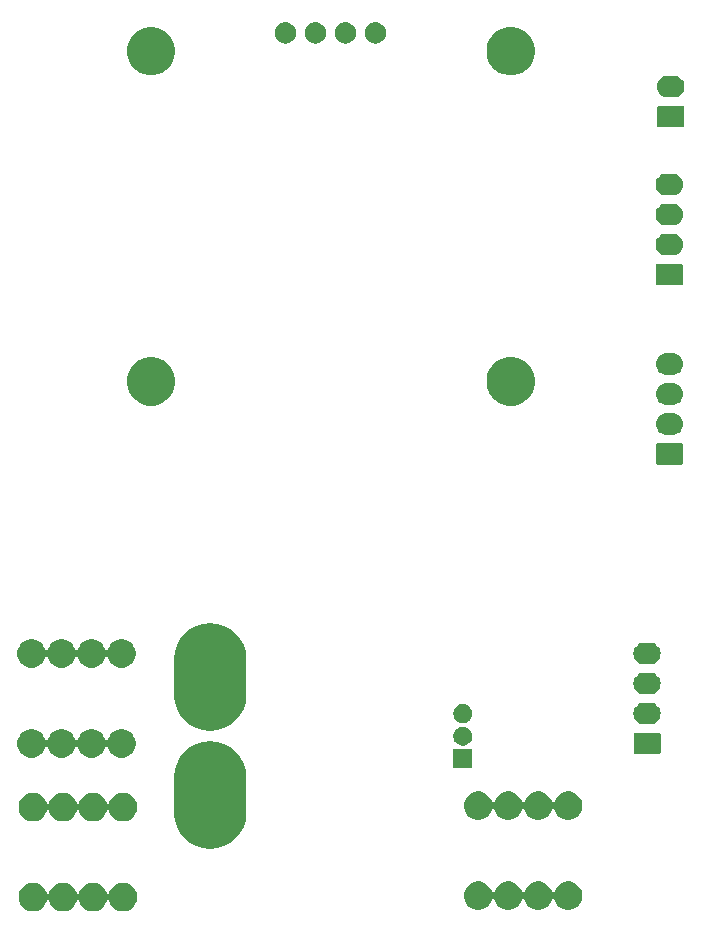
<source format=gbr>
G04 #@! TF.GenerationSoftware,KiCad,Pcbnew,(5.1.6)-1*
G04 #@! TF.CreationDate,2020-10-31T14:21:40+01:00*
G04 #@! TF.ProjectId,Batmonitor,4261746d-6f6e-4697-946f-722e6b696361,rev?*
G04 #@! TF.SameCoordinates,Original*
G04 #@! TF.FileFunction,Soldermask,Bot*
G04 #@! TF.FilePolarity,Negative*
%FSLAX46Y46*%
G04 Gerber Fmt 4.6, Leading zero omitted, Abs format (unit mm)*
G04 Created by KiCad (PCBNEW (5.1.6)-1) date 2020-10-31 14:21:40*
%MOMM*%
%LPD*%
G01*
G04 APERTURE LIST*
%ADD10C,0.100000*%
G04 APERTURE END LIST*
D10*
G36*
X105350318Y-133465153D02*
G01*
X105568885Y-133555687D01*
X105568887Y-133555688D01*
X105765593Y-133687122D01*
X105932878Y-133854407D01*
X105984132Y-133931115D01*
X106064313Y-134051115D01*
X106154516Y-134268883D01*
X106166067Y-134290494D01*
X106181613Y-134309436D01*
X106200554Y-134324981D01*
X106222165Y-134336532D01*
X106245614Y-134343645D01*
X106270000Y-134346047D01*
X106294386Y-134343645D01*
X106317835Y-134336532D01*
X106339446Y-134324981D01*
X106358388Y-134309435D01*
X106373933Y-134290494D01*
X106385484Y-134268883D01*
X106475687Y-134051115D01*
X106555868Y-133931115D01*
X106607122Y-133854407D01*
X106774407Y-133687122D01*
X106971113Y-133555688D01*
X106971115Y-133555687D01*
X107189682Y-133465153D01*
X107421710Y-133419000D01*
X107658290Y-133419000D01*
X107890318Y-133465153D01*
X108108885Y-133555687D01*
X108108887Y-133555688D01*
X108305593Y-133687122D01*
X108472878Y-133854407D01*
X108524132Y-133931115D01*
X108604313Y-134051115D01*
X108694516Y-134268883D01*
X108706067Y-134290494D01*
X108721613Y-134309436D01*
X108740554Y-134324981D01*
X108762165Y-134336532D01*
X108785614Y-134343645D01*
X108810000Y-134346047D01*
X108834386Y-134343645D01*
X108857835Y-134336532D01*
X108879446Y-134324981D01*
X108898388Y-134309435D01*
X108913933Y-134290494D01*
X108925484Y-134268883D01*
X109015687Y-134051115D01*
X109095868Y-133931115D01*
X109147122Y-133854407D01*
X109314407Y-133687122D01*
X109511113Y-133555688D01*
X109511115Y-133555687D01*
X109729682Y-133465153D01*
X109961710Y-133419000D01*
X110198290Y-133419000D01*
X110430318Y-133465153D01*
X110648885Y-133555687D01*
X110648887Y-133555688D01*
X110845593Y-133687122D01*
X111012878Y-133854407D01*
X111064132Y-133931115D01*
X111144313Y-134051115D01*
X111234516Y-134268883D01*
X111246067Y-134290494D01*
X111261613Y-134309436D01*
X111280554Y-134324981D01*
X111302165Y-134336532D01*
X111325614Y-134343645D01*
X111350000Y-134346047D01*
X111374386Y-134343645D01*
X111397835Y-134336532D01*
X111419446Y-134324981D01*
X111438388Y-134309435D01*
X111453933Y-134290494D01*
X111465484Y-134268883D01*
X111555687Y-134051115D01*
X111635868Y-133931115D01*
X111687122Y-133854407D01*
X111854407Y-133687122D01*
X112051113Y-133555688D01*
X112051115Y-133555687D01*
X112269682Y-133465153D01*
X112501710Y-133419000D01*
X112738290Y-133419000D01*
X112970318Y-133465153D01*
X113188885Y-133555687D01*
X113188887Y-133555688D01*
X113385593Y-133687122D01*
X113552878Y-133854407D01*
X113604132Y-133931115D01*
X113684313Y-134051115D01*
X113774847Y-134269682D01*
X113821000Y-134501710D01*
X113821000Y-134738290D01*
X113774847Y-134970318D01*
X113734019Y-135068885D01*
X113684312Y-135188887D01*
X113552878Y-135385593D01*
X113385593Y-135552878D01*
X113188887Y-135684312D01*
X113188886Y-135684313D01*
X113188885Y-135684313D01*
X112970318Y-135774847D01*
X112738290Y-135821000D01*
X112501710Y-135821000D01*
X112269682Y-135774847D01*
X112051115Y-135684313D01*
X112051114Y-135684313D01*
X112051113Y-135684312D01*
X111854407Y-135552878D01*
X111687122Y-135385593D01*
X111555688Y-135188887D01*
X111505981Y-135068885D01*
X111465484Y-134971117D01*
X111453933Y-134949506D01*
X111438387Y-134930564D01*
X111419446Y-134915019D01*
X111397835Y-134903468D01*
X111374386Y-134896355D01*
X111350000Y-134893953D01*
X111325614Y-134896355D01*
X111302165Y-134903468D01*
X111280554Y-134915019D01*
X111261612Y-134930565D01*
X111246067Y-134949506D01*
X111234516Y-134971117D01*
X111194019Y-135068885D01*
X111144312Y-135188887D01*
X111012878Y-135385593D01*
X110845593Y-135552878D01*
X110648887Y-135684312D01*
X110648886Y-135684313D01*
X110648885Y-135684313D01*
X110430318Y-135774847D01*
X110198290Y-135821000D01*
X109961710Y-135821000D01*
X109729682Y-135774847D01*
X109511115Y-135684313D01*
X109511114Y-135684313D01*
X109511113Y-135684312D01*
X109314407Y-135552878D01*
X109147122Y-135385593D01*
X109015688Y-135188887D01*
X108965981Y-135068885D01*
X108925484Y-134971117D01*
X108913933Y-134949506D01*
X108898387Y-134930564D01*
X108879446Y-134915019D01*
X108857835Y-134903468D01*
X108834386Y-134896355D01*
X108810000Y-134893953D01*
X108785614Y-134896355D01*
X108762165Y-134903468D01*
X108740554Y-134915019D01*
X108721612Y-134930565D01*
X108706067Y-134949506D01*
X108694516Y-134971117D01*
X108654019Y-135068885D01*
X108604312Y-135188887D01*
X108472878Y-135385593D01*
X108305593Y-135552878D01*
X108108887Y-135684312D01*
X108108886Y-135684313D01*
X108108885Y-135684313D01*
X107890318Y-135774847D01*
X107658290Y-135821000D01*
X107421710Y-135821000D01*
X107189682Y-135774847D01*
X106971115Y-135684313D01*
X106971114Y-135684313D01*
X106971113Y-135684312D01*
X106774407Y-135552878D01*
X106607122Y-135385593D01*
X106475688Y-135188887D01*
X106425981Y-135068885D01*
X106385484Y-134971117D01*
X106373933Y-134949506D01*
X106358387Y-134930564D01*
X106339446Y-134915019D01*
X106317835Y-134903468D01*
X106294386Y-134896355D01*
X106270000Y-134893953D01*
X106245614Y-134896355D01*
X106222165Y-134903468D01*
X106200554Y-134915019D01*
X106181612Y-134930565D01*
X106166067Y-134949506D01*
X106154516Y-134971117D01*
X106114019Y-135068885D01*
X106064312Y-135188887D01*
X105932878Y-135385593D01*
X105765593Y-135552878D01*
X105568887Y-135684312D01*
X105568886Y-135684313D01*
X105568885Y-135684313D01*
X105350318Y-135774847D01*
X105118290Y-135821000D01*
X104881710Y-135821000D01*
X104649682Y-135774847D01*
X104431115Y-135684313D01*
X104431114Y-135684313D01*
X104431113Y-135684312D01*
X104234407Y-135552878D01*
X104067122Y-135385593D01*
X103935688Y-135188887D01*
X103885981Y-135068885D01*
X103845153Y-134970318D01*
X103799000Y-134738290D01*
X103799000Y-134501710D01*
X103845153Y-134269682D01*
X103935687Y-134051115D01*
X104015868Y-133931115D01*
X104067122Y-133854407D01*
X104234407Y-133687122D01*
X104431113Y-133555688D01*
X104431115Y-133555687D01*
X104649682Y-133465153D01*
X104881710Y-133419000D01*
X105118290Y-133419000D01*
X105350318Y-133465153D01*
G37*
G36*
X143050318Y-133345153D02*
G01*
X143228599Y-133419000D01*
X143268887Y-133435688D01*
X143465593Y-133567122D01*
X143632878Y-133734407D01*
X143764312Y-133931113D01*
X143764313Y-133931115D01*
X143854516Y-134148883D01*
X143866067Y-134170494D01*
X143881613Y-134189436D01*
X143900554Y-134204981D01*
X143922165Y-134216532D01*
X143945614Y-134223645D01*
X143970000Y-134226047D01*
X143994386Y-134223645D01*
X144017835Y-134216532D01*
X144039446Y-134204981D01*
X144058388Y-134189435D01*
X144073933Y-134170494D01*
X144085484Y-134148883D01*
X144175687Y-133931115D01*
X144175688Y-133931113D01*
X144307122Y-133734407D01*
X144474407Y-133567122D01*
X144671113Y-133435688D01*
X144711401Y-133419000D01*
X144889682Y-133345153D01*
X145121710Y-133299000D01*
X145358290Y-133299000D01*
X145590318Y-133345153D01*
X145768599Y-133419000D01*
X145808887Y-133435688D01*
X146005593Y-133567122D01*
X146172878Y-133734407D01*
X146304312Y-133931113D01*
X146304313Y-133931115D01*
X146394516Y-134148883D01*
X146406067Y-134170494D01*
X146421613Y-134189436D01*
X146440554Y-134204981D01*
X146462165Y-134216532D01*
X146485614Y-134223645D01*
X146510000Y-134226047D01*
X146534386Y-134223645D01*
X146557835Y-134216532D01*
X146579446Y-134204981D01*
X146598388Y-134189435D01*
X146613933Y-134170494D01*
X146625484Y-134148883D01*
X146715687Y-133931115D01*
X146715688Y-133931113D01*
X146847122Y-133734407D01*
X147014407Y-133567122D01*
X147211113Y-133435688D01*
X147251401Y-133419000D01*
X147429682Y-133345153D01*
X147661710Y-133299000D01*
X147898290Y-133299000D01*
X148130318Y-133345153D01*
X148308599Y-133419000D01*
X148348887Y-133435688D01*
X148545593Y-133567122D01*
X148712878Y-133734407D01*
X148844312Y-133931113D01*
X148844313Y-133931115D01*
X148934516Y-134148883D01*
X148946067Y-134170494D01*
X148961613Y-134189436D01*
X148980554Y-134204981D01*
X149002165Y-134216532D01*
X149025614Y-134223645D01*
X149050000Y-134226047D01*
X149074386Y-134223645D01*
X149097835Y-134216532D01*
X149119446Y-134204981D01*
X149138388Y-134189435D01*
X149153933Y-134170494D01*
X149165484Y-134148883D01*
X149255687Y-133931115D01*
X149255688Y-133931113D01*
X149387122Y-133734407D01*
X149554407Y-133567122D01*
X149751113Y-133435688D01*
X149791401Y-133419000D01*
X149969682Y-133345153D01*
X150201710Y-133299000D01*
X150438290Y-133299000D01*
X150670318Y-133345153D01*
X150848599Y-133419000D01*
X150888887Y-133435688D01*
X151085593Y-133567122D01*
X151252878Y-133734407D01*
X151384312Y-133931113D01*
X151384313Y-133931115D01*
X151474847Y-134149682D01*
X151521000Y-134381710D01*
X151521000Y-134618290D01*
X151474847Y-134850318D01*
X151424810Y-134971117D01*
X151384312Y-135068887D01*
X151252878Y-135265593D01*
X151085593Y-135432878D01*
X150888887Y-135564312D01*
X150888886Y-135564313D01*
X150888885Y-135564313D01*
X150670318Y-135654847D01*
X150438290Y-135701000D01*
X150201710Y-135701000D01*
X149969682Y-135654847D01*
X149751115Y-135564313D01*
X149751114Y-135564313D01*
X149751113Y-135564312D01*
X149554407Y-135432878D01*
X149387122Y-135265593D01*
X149255688Y-135068887D01*
X149215190Y-134971117D01*
X149165484Y-134851117D01*
X149153933Y-134829506D01*
X149138387Y-134810564D01*
X149119446Y-134795019D01*
X149097835Y-134783468D01*
X149074386Y-134776355D01*
X149050000Y-134773953D01*
X149025614Y-134776355D01*
X149002165Y-134783468D01*
X148980554Y-134795019D01*
X148961612Y-134810565D01*
X148946067Y-134829506D01*
X148934516Y-134851117D01*
X148884810Y-134971117D01*
X148844312Y-135068887D01*
X148712878Y-135265593D01*
X148545593Y-135432878D01*
X148348887Y-135564312D01*
X148348886Y-135564313D01*
X148348885Y-135564313D01*
X148130318Y-135654847D01*
X147898290Y-135701000D01*
X147661710Y-135701000D01*
X147429682Y-135654847D01*
X147211115Y-135564313D01*
X147211114Y-135564313D01*
X147211113Y-135564312D01*
X147014407Y-135432878D01*
X146847122Y-135265593D01*
X146715688Y-135068887D01*
X146675190Y-134971117D01*
X146625484Y-134851117D01*
X146613933Y-134829506D01*
X146598387Y-134810564D01*
X146579446Y-134795019D01*
X146557835Y-134783468D01*
X146534386Y-134776355D01*
X146510000Y-134773953D01*
X146485614Y-134776355D01*
X146462165Y-134783468D01*
X146440554Y-134795019D01*
X146421612Y-134810565D01*
X146406067Y-134829506D01*
X146394516Y-134851117D01*
X146344810Y-134971117D01*
X146304312Y-135068887D01*
X146172878Y-135265593D01*
X146005593Y-135432878D01*
X145808887Y-135564312D01*
X145808886Y-135564313D01*
X145808885Y-135564313D01*
X145590318Y-135654847D01*
X145358290Y-135701000D01*
X145121710Y-135701000D01*
X144889682Y-135654847D01*
X144671115Y-135564313D01*
X144671114Y-135564313D01*
X144671113Y-135564312D01*
X144474407Y-135432878D01*
X144307122Y-135265593D01*
X144175688Y-135068887D01*
X144135190Y-134971117D01*
X144085484Y-134851117D01*
X144073933Y-134829506D01*
X144058387Y-134810564D01*
X144039446Y-134795019D01*
X144017835Y-134783468D01*
X143994386Y-134776355D01*
X143970000Y-134773953D01*
X143945614Y-134776355D01*
X143922165Y-134783468D01*
X143900554Y-134795019D01*
X143881612Y-134810565D01*
X143866067Y-134829506D01*
X143854516Y-134851117D01*
X143804810Y-134971117D01*
X143764312Y-135068887D01*
X143632878Y-135265593D01*
X143465593Y-135432878D01*
X143268887Y-135564312D01*
X143268886Y-135564313D01*
X143268885Y-135564313D01*
X143050318Y-135654847D01*
X142818290Y-135701000D01*
X142581710Y-135701000D01*
X142349682Y-135654847D01*
X142131115Y-135564313D01*
X142131114Y-135564313D01*
X142131113Y-135564312D01*
X141934407Y-135432878D01*
X141767122Y-135265593D01*
X141635688Y-135068887D01*
X141595190Y-134971117D01*
X141545153Y-134850318D01*
X141499000Y-134618290D01*
X141499000Y-134381710D01*
X141545153Y-134149682D01*
X141635687Y-133931115D01*
X141635688Y-133931113D01*
X141767122Y-133734407D01*
X141934407Y-133567122D01*
X142131113Y-133435688D01*
X142171401Y-133419000D01*
X142349682Y-133345153D01*
X142581710Y-133299000D01*
X142818290Y-133299000D01*
X143050318Y-133345153D01*
G37*
G36*
X120598098Y-121493145D02*
G01*
X121173218Y-121667606D01*
X121703244Y-121950911D01*
X122167822Y-122332178D01*
X122549089Y-122796755D01*
X122832394Y-123326781D01*
X123006855Y-123901901D01*
X123051000Y-124350116D01*
X123051000Y-127649884D01*
X123006855Y-128098099D01*
X122832394Y-128673219D01*
X122549089Y-129203245D01*
X122167822Y-129667822D01*
X121703245Y-130049089D01*
X121173219Y-130332394D01*
X120598099Y-130506855D01*
X120000000Y-130565762D01*
X119401902Y-130506855D01*
X118826782Y-130332394D01*
X118296756Y-130049089D01*
X117832179Y-129667822D01*
X117450912Y-129203245D01*
X117167607Y-128673219D01*
X116993145Y-128098099D01*
X116949000Y-127649884D01*
X116949000Y-124350117D01*
X116993145Y-123901902D01*
X117167606Y-123326782D01*
X117450911Y-122796756D01*
X117832178Y-122332178D01*
X118296755Y-121950911D01*
X118826781Y-121667606D01*
X119401901Y-121493145D01*
X120000000Y-121434238D01*
X120598098Y-121493145D01*
G37*
G36*
X105350318Y-125845153D02*
G01*
X105568885Y-125935687D01*
X105568887Y-125935688D01*
X105765593Y-126067122D01*
X105932878Y-126234407D01*
X106064312Y-126431113D01*
X106064313Y-126431115D01*
X106154516Y-126648883D01*
X106166067Y-126670494D01*
X106181613Y-126689436D01*
X106200554Y-126704981D01*
X106222165Y-126716532D01*
X106245614Y-126723645D01*
X106270000Y-126726047D01*
X106294386Y-126723645D01*
X106317835Y-126716532D01*
X106339446Y-126704981D01*
X106358388Y-126689435D01*
X106373933Y-126670494D01*
X106385484Y-126648883D01*
X106475687Y-126431115D01*
X106475688Y-126431113D01*
X106607122Y-126234407D01*
X106774407Y-126067122D01*
X106971113Y-125935688D01*
X106971115Y-125935687D01*
X107189682Y-125845153D01*
X107421710Y-125799000D01*
X107658290Y-125799000D01*
X107890318Y-125845153D01*
X108108885Y-125935687D01*
X108108887Y-125935688D01*
X108305593Y-126067122D01*
X108472878Y-126234407D01*
X108604312Y-126431113D01*
X108604313Y-126431115D01*
X108694516Y-126648883D01*
X108706067Y-126670494D01*
X108721613Y-126689436D01*
X108740554Y-126704981D01*
X108762165Y-126716532D01*
X108785614Y-126723645D01*
X108810000Y-126726047D01*
X108834386Y-126723645D01*
X108857835Y-126716532D01*
X108879446Y-126704981D01*
X108898388Y-126689435D01*
X108913933Y-126670494D01*
X108925484Y-126648883D01*
X109015687Y-126431115D01*
X109015688Y-126431113D01*
X109147122Y-126234407D01*
X109314407Y-126067122D01*
X109511113Y-125935688D01*
X109511115Y-125935687D01*
X109729682Y-125845153D01*
X109961710Y-125799000D01*
X110198290Y-125799000D01*
X110430318Y-125845153D01*
X110648885Y-125935687D01*
X110648887Y-125935688D01*
X110845593Y-126067122D01*
X111012878Y-126234407D01*
X111144312Y-126431113D01*
X111144313Y-126431115D01*
X111234516Y-126648883D01*
X111246067Y-126670494D01*
X111261613Y-126689436D01*
X111280554Y-126704981D01*
X111302165Y-126716532D01*
X111325614Y-126723645D01*
X111350000Y-126726047D01*
X111374386Y-126723645D01*
X111397835Y-126716532D01*
X111419446Y-126704981D01*
X111438388Y-126689435D01*
X111453933Y-126670494D01*
X111465484Y-126648883D01*
X111555687Y-126431115D01*
X111555688Y-126431113D01*
X111687122Y-126234407D01*
X111854407Y-126067122D01*
X112051113Y-125935688D01*
X112051115Y-125935687D01*
X112269682Y-125845153D01*
X112501710Y-125799000D01*
X112738290Y-125799000D01*
X112970318Y-125845153D01*
X113188885Y-125935687D01*
X113188887Y-125935688D01*
X113385593Y-126067122D01*
X113552878Y-126234407D01*
X113684312Y-126431113D01*
X113684313Y-126431115D01*
X113774847Y-126649682D01*
X113821000Y-126881710D01*
X113821000Y-127118290D01*
X113774847Y-127350318D01*
X113685370Y-127566332D01*
X113684312Y-127568887D01*
X113552878Y-127765593D01*
X113385593Y-127932878D01*
X113188887Y-128064312D01*
X113188886Y-128064313D01*
X113188885Y-128064313D01*
X112970318Y-128154847D01*
X112738290Y-128201000D01*
X112501710Y-128201000D01*
X112269682Y-128154847D01*
X112051115Y-128064313D01*
X112051114Y-128064313D01*
X112051113Y-128064312D01*
X111854407Y-127932878D01*
X111687122Y-127765593D01*
X111555688Y-127568887D01*
X111554630Y-127566332D01*
X111465484Y-127351117D01*
X111453933Y-127329506D01*
X111438387Y-127310564D01*
X111419446Y-127295019D01*
X111397835Y-127283468D01*
X111374386Y-127276355D01*
X111350000Y-127273953D01*
X111325614Y-127276355D01*
X111302165Y-127283468D01*
X111280554Y-127295019D01*
X111261612Y-127310565D01*
X111246067Y-127329506D01*
X111234516Y-127351117D01*
X111145370Y-127566332D01*
X111144312Y-127568887D01*
X111012878Y-127765593D01*
X110845593Y-127932878D01*
X110648887Y-128064312D01*
X110648886Y-128064313D01*
X110648885Y-128064313D01*
X110430318Y-128154847D01*
X110198290Y-128201000D01*
X109961710Y-128201000D01*
X109729682Y-128154847D01*
X109511115Y-128064313D01*
X109511114Y-128064313D01*
X109511113Y-128064312D01*
X109314407Y-127932878D01*
X109147122Y-127765593D01*
X109015688Y-127568887D01*
X109014630Y-127566332D01*
X108925484Y-127351117D01*
X108913933Y-127329506D01*
X108898387Y-127310564D01*
X108879446Y-127295019D01*
X108857835Y-127283468D01*
X108834386Y-127276355D01*
X108810000Y-127273953D01*
X108785614Y-127276355D01*
X108762165Y-127283468D01*
X108740554Y-127295019D01*
X108721612Y-127310565D01*
X108706067Y-127329506D01*
X108694516Y-127351117D01*
X108605370Y-127566332D01*
X108604312Y-127568887D01*
X108472878Y-127765593D01*
X108305593Y-127932878D01*
X108108887Y-128064312D01*
X108108886Y-128064313D01*
X108108885Y-128064313D01*
X107890318Y-128154847D01*
X107658290Y-128201000D01*
X107421710Y-128201000D01*
X107189682Y-128154847D01*
X106971115Y-128064313D01*
X106971114Y-128064313D01*
X106971113Y-128064312D01*
X106774407Y-127932878D01*
X106607122Y-127765593D01*
X106475688Y-127568887D01*
X106474630Y-127566332D01*
X106385484Y-127351117D01*
X106373933Y-127329506D01*
X106358387Y-127310564D01*
X106339446Y-127295019D01*
X106317835Y-127283468D01*
X106294386Y-127276355D01*
X106270000Y-127273953D01*
X106245614Y-127276355D01*
X106222165Y-127283468D01*
X106200554Y-127295019D01*
X106181612Y-127310565D01*
X106166067Y-127329506D01*
X106154516Y-127351117D01*
X106065370Y-127566332D01*
X106064312Y-127568887D01*
X105932878Y-127765593D01*
X105765593Y-127932878D01*
X105568887Y-128064312D01*
X105568886Y-128064313D01*
X105568885Y-128064313D01*
X105350318Y-128154847D01*
X105118290Y-128201000D01*
X104881710Y-128201000D01*
X104649682Y-128154847D01*
X104431115Y-128064313D01*
X104431114Y-128064313D01*
X104431113Y-128064312D01*
X104234407Y-127932878D01*
X104067122Y-127765593D01*
X103935688Y-127568887D01*
X103934630Y-127566332D01*
X103845153Y-127350318D01*
X103799000Y-127118290D01*
X103799000Y-126881710D01*
X103845153Y-126649682D01*
X103935687Y-126431115D01*
X103935688Y-126431113D01*
X104067122Y-126234407D01*
X104234407Y-126067122D01*
X104431113Y-125935688D01*
X104431115Y-125935687D01*
X104649682Y-125845153D01*
X104881710Y-125799000D01*
X105118290Y-125799000D01*
X105350318Y-125845153D01*
G37*
G36*
X143050318Y-125725153D02*
G01*
X143228599Y-125799000D01*
X143268887Y-125815688D01*
X143465593Y-125947122D01*
X143632878Y-126114407D01*
X143714345Y-126236332D01*
X143764313Y-126311115D01*
X143854516Y-126528883D01*
X143866067Y-126550494D01*
X143881613Y-126569436D01*
X143900554Y-126584981D01*
X143922165Y-126596532D01*
X143945614Y-126603645D01*
X143970000Y-126606047D01*
X143994386Y-126603645D01*
X144017835Y-126596532D01*
X144039446Y-126584981D01*
X144058388Y-126569435D01*
X144073933Y-126550494D01*
X144085484Y-126528883D01*
X144175687Y-126311115D01*
X144225655Y-126236332D01*
X144307122Y-126114407D01*
X144474407Y-125947122D01*
X144671113Y-125815688D01*
X144711401Y-125799000D01*
X144889682Y-125725153D01*
X145121710Y-125679000D01*
X145358290Y-125679000D01*
X145590318Y-125725153D01*
X145768599Y-125799000D01*
X145808887Y-125815688D01*
X146005593Y-125947122D01*
X146172878Y-126114407D01*
X146254345Y-126236332D01*
X146304313Y-126311115D01*
X146394516Y-126528883D01*
X146406067Y-126550494D01*
X146421613Y-126569436D01*
X146440554Y-126584981D01*
X146462165Y-126596532D01*
X146485614Y-126603645D01*
X146510000Y-126606047D01*
X146534386Y-126603645D01*
X146557835Y-126596532D01*
X146579446Y-126584981D01*
X146598388Y-126569435D01*
X146613933Y-126550494D01*
X146625484Y-126528883D01*
X146715687Y-126311115D01*
X146765655Y-126236332D01*
X146847122Y-126114407D01*
X147014407Y-125947122D01*
X147211113Y-125815688D01*
X147251401Y-125799000D01*
X147429682Y-125725153D01*
X147661710Y-125679000D01*
X147898290Y-125679000D01*
X148130318Y-125725153D01*
X148308599Y-125799000D01*
X148348887Y-125815688D01*
X148545593Y-125947122D01*
X148712878Y-126114407D01*
X148794345Y-126236332D01*
X148844313Y-126311115D01*
X148934516Y-126528883D01*
X148946067Y-126550494D01*
X148961613Y-126569436D01*
X148980554Y-126584981D01*
X149002165Y-126596532D01*
X149025614Y-126603645D01*
X149050000Y-126606047D01*
X149074386Y-126603645D01*
X149097835Y-126596532D01*
X149119446Y-126584981D01*
X149138388Y-126569435D01*
X149153933Y-126550494D01*
X149165484Y-126528883D01*
X149255687Y-126311115D01*
X149305655Y-126236332D01*
X149387122Y-126114407D01*
X149554407Y-125947122D01*
X149751113Y-125815688D01*
X149791401Y-125799000D01*
X149969682Y-125725153D01*
X150201710Y-125679000D01*
X150438290Y-125679000D01*
X150670318Y-125725153D01*
X150848599Y-125799000D01*
X150888887Y-125815688D01*
X151085593Y-125947122D01*
X151252878Y-126114407D01*
X151334345Y-126236332D01*
X151384313Y-126311115D01*
X151474847Y-126529682D01*
X151521000Y-126761710D01*
X151521000Y-126998290D01*
X151474847Y-127230318D01*
X151424810Y-127351117D01*
X151384312Y-127448887D01*
X151252878Y-127645593D01*
X151085593Y-127812878D01*
X150888887Y-127944312D01*
X150888886Y-127944313D01*
X150888885Y-127944313D01*
X150670318Y-128034847D01*
X150438290Y-128081000D01*
X150201710Y-128081000D01*
X149969682Y-128034847D01*
X149751115Y-127944313D01*
X149751114Y-127944313D01*
X149751113Y-127944312D01*
X149554407Y-127812878D01*
X149387122Y-127645593D01*
X149255688Y-127448887D01*
X149215190Y-127351117D01*
X149165484Y-127231117D01*
X149153933Y-127209506D01*
X149138387Y-127190564D01*
X149119446Y-127175019D01*
X149097835Y-127163468D01*
X149074386Y-127156355D01*
X149050000Y-127153953D01*
X149025614Y-127156355D01*
X149002165Y-127163468D01*
X148980554Y-127175019D01*
X148961612Y-127190565D01*
X148946067Y-127209506D01*
X148934516Y-127231117D01*
X148884810Y-127351117D01*
X148844312Y-127448887D01*
X148712878Y-127645593D01*
X148545593Y-127812878D01*
X148348887Y-127944312D01*
X148348886Y-127944313D01*
X148348885Y-127944313D01*
X148130318Y-128034847D01*
X147898290Y-128081000D01*
X147661710Y-128081000D01*
X147429682Y-128034847D01*
X147211115Y-127944313D01*
X147211114Y-127944313D01*
X147211113Y-127944312D01*
X147014407Y-127812878D01*
X146847122Y-127645593D01*
X146715688Y-127448887D01*
X146675190Y-127351117D01*
X146625484Y-127231117D01*
X146613933Y-127209506D01*
X146598387Y-127190564D01*
X146579446Y-127175019D01*
X146557835Y-127163468D01*
X146534386Y-127156355D01*
X146510000Y-127153953D01*
X146485614Y-127156355D01*
X146462165Y-127163468D01*
X146440554Y-127175019D01*
X146421612Y-127190565D01*
X146406067Y-127209506D01*
X146394516Y-127231117D01*
X146344810Y-127351117D01*
X146304312Y-127448887D01*
X146172878Y-127645593D01*
X146005593Y-127812878D01*
X145808887Y-127944312D01*
X145808886Y-127944313D01*
X145808885Y-127944313D01*
X145590318Y-128034847D01*
X145358290Y-128081000D01*
X145121710Y-128081000D01*
X144889682Y-128034847D01*
X144671115Y-127944313D01*
X144671114Y-127944313D01*
X144671113Y-127944312D01*
X144474407Y-127812878D01*
X144307122Y-127645593D01*
X144175688Y-127448887D01*
X144135190Y-127351117D01*
X144085484Y-127231117D01*
X144073933Y-127209506D01*
X144058387Y-127190564D01*
X144039446Y-127175019D01*
X144017835Y-127163468D01*
X143994386Y-127156355D01*
X143970000Y-127153953D01*
X143945614Y-127156355D01*
X143922165Y-127163468D01*
X143900554Y-127175019D01*
X143881612Y-127190565D01*
X143866067Y-127209506D01*
X143854516Y-127231117D01*
X143804810Y-127351117D01*
X143764312Y-127448887D01*
X143632878Y-127645593D01*
X143465593Y-127812878D01*
X143268887Y-127944312D01*
X143268886Y-127944313D01*
X143268885Y-127944313D01*
X143050318Y-128034847D01*
X142818290Y-128081000D01*
X142581710Y-128081000D01*
X142349682Y-128034847D01*
X142131115Y-127944313D01*
X142131114Y-127944313D01*
X142131113Y-127944312D01*
X141934407Y-127812878D01*
X141767122Y-127645593D01*
X141635688Y-127448887D01*
X141595190Y-127351117D01*
X141545153Y-127230318D01*
X141499000Y-126998290D01*
X141499000Y-126761710D01*
X141545153Y-126529682D01*
X141635687Y-126311115D01*
X141685655Y-126236332D01*
X141767122Y-126114407D01*
X141934407Y-125947122D01*
X142131113Y-125815688D01*
X142171401Y-125799000D01*
X142349682Y-125725153D01*
X142581710Y-125679000D01*
X142818290Y-125679000D01*
X143050318Y-125725153D01*
G37*
G36*
X142201000Y-123711000D02*
G01*
X140599000Y-123711000D01*
X140599000Y-122109000D01*
X142201000Y-122109000D01*
X142201000Y-123711000D01*
G37*
G36*
X105230318Y-120465153D02*
G01*
X105448885Y-120555687D01*
X105448887Y-120555688D01*
X105645593Y-120687122D01*
X105812878Y-120854407D01*
X105885874Y-120963654D01*
X105944313Y-121051115D01*
X106034516Y-121268883D01*
X106046067Y-121290494D01*
X106061613Y-121309436D01*
X106080554Y-121324981D01*
X106102165Y-121336532D01*
X106125614Y-121343645D01*
X106150000Y-121346047D01*
X106174386Y-121343645D01*
X106197835Y-121336532D01*
X106219446Y-121324981D01*
X106238388Y-121309435D01*
X106253933Y-121290494D01*
X106265484Y-121268883D01*
X106355687Y-121051115D01*
X106414126Y-120963654D01*
X106487122Y-120854407D01*
X106654407Y-120687122D01*
X106851113Y-120555688D01*
X106851115Y-120555687D01*
X107069682Y-120465153D01*
X107301710Y-120419000D01*
X107538290Y-120419000D01*
X107770318Y-120465153D01*
X107988885Y-120555687D01*
X107988887Y-120555688D01*
X108185593Y-120687122D01*
X108352878Y-120854407D01*
X108425874Y-120963654D01*
X108484313Y-121051115D01*
X108574516Y-121268883D01*
X108586067Y-121290494D01*
X108601613Y-121309436D01*
X108620554Y-121324981D01*
X108642165Y-121336532D01*
X108665614Y-121343645D01*
X108690000Y-121346047D01*
X108714386Y-121343645D01*
X108737835Y-121336532D01*
X108759446Y-121324981D01*
X108778388Y-121309435D01*
X108793933Y-121290494D01*
X108805484Y-121268883D01*
X108895687Y-121051115D01*
X108954126Y-120963654D01*
X109027122Y-120854407D01*
X109194407Y-120687122D01*
X109391113Y-120555688D01*
X109391115Y-120555687D01*
X109609682Y-120465153D01*
X109841710Y-120419000D01*
X110078290Y-120419000D01*
X110310318Y-120465153D01*
X110528885Y-120555687D01*
X110528887Y-120555688D01*
X110725593Y-120687122D01*
X110892878Y-120854407D01*
X110965874Y-120963654D01*
X111024313Y-121051115D01*
X111114516Y-121268883D01*
X111126067Y-121290494D01*
X111141613Y-121309436D01*
X111160554Y-121324981D01*
X111182165Y-121336532D01*
X111205614Y-121343645D01*
X111230000Y-121346047D01*
X111254386Y-121343645D01*
X111277835Y-121336532D01*
X111299446Y-121324981D01*
X111318388Y-121309435D01*
X111333933Y-121290494D01*
X111345484Y-121268883D01*
X111435687Y-121051115D01*
X111494126Y-120963654D01*
X111567122Y-120854407D01*
X111734407Y-120687122D01*
X111931113Y-120555688D01*
X111931115Y-120555687D01*
X112149682Y-120465153D01*
X112381710Y-120419000D01*
X112618290Y-120419000D01*
X112850318Y-120465153D01*
X113068885Y-120555687D01*
X113068887Y-120555688D01*
X113265593Y-120687122D01*
X113432878Y-120854407D01*
X113505874Y-120963654D01*
X113564313Y-121051115D01*
X113654847Y-121269682D01*
X113701000Y-121501710D01*
X113701000Y-121738290D01*
X113654847Y-121970318D01*
X113567350Y-122181552D01*
X113564312Y-122188887D01*
X113432878Y-122385593D01*
X113265593Y-122552878D01*
X113068887Y-122684312D01*
X113068886Y-122684313D01*
X113068885Y-122684313D01*
X112850318Y-122774847D01*
X112618290Y-122821000D01*
X112381710Y-122821000D01*
X112149682Y-122774847D01*
X111931115Y-122684313D01*
X111931114Y-122684313D01*
X111931113Y-122684312D01*
X111734407Y-122552878D01*
X111567122Y-122385593D01*
X111435688Y-122188887D01*
X111432650Y-122181552D01*
X111345484Y-121971117D01*
X111333933Y-121949506D01*
X111318387Y-121930564D01*
X111299446Y-121915019D01*
X111277835Y-121903468D01*
X111254386Y-121896355D01*
X111230000Y-121893953D01*
X111205614Y-121896355D01*
X111182165Y-121903468D01*
X111160554Y-121915019D01*
X111141612Y-121930565D01*
X111126067Y-121949506D01*
X111114516Y-121971117D01*
X111027350Y-122181552D01*
X111024312Y-122188887D01*
X110892878Y-122385593D01*
X110725593Y-122552878D01*
X110528887Y-122684312D01*
X110528886Y-122684313D01*
X110528885Y-122684313D01*
X110310318Y-122774847D01*
X110078290Y-122821000D01*
X109841710Y-122821000D01*
X109609682Y-122774847D01*
X109391115Y-122684313D01*
X109391114Y-122684313D01*
X109391113Y-122684312D01*
X109194407Y-122552878D01*
X109027122Y-122385593D01*
X108895688Y-122188887D01*
X108892650Y-122181552D01*
X108805484Y-121971117D01*
X108793933Y-121949506D01*
X108778387Y-121930564D01*
X108759446Y-121915019D01*
X108737835Y-121903468D01*
X108714386Y-121896355D01*
X108690000Y-121893953D01*
X108665614Y-121896355D01*
X108642165Y-121903468D01*
X108620554Y-121915019D01*
X108601612Y-121930565D01*
X108586067Y-121949506D01*
X108574516Y-121971117D01*
X108487350Y-122181552D01*
X108484312Y-122188887D01*
X108352878Y-122385593D01*
X108185593Y-122552878D01*
X107988887Y-122684312D01*
X107988886Y-122684313D01*
X107988885Y-122684313D01*
X107770318Y-122774847D01*
X107538290Y-122821000D01*
X107301710Y-122821000D01*
X107069682Y-122774847D01*
X106851115Y-122684313D01*
X106851114Y-122684313D01*
X106851113Y-122684312D01*
X106654407Y-122552878D01*
X106487122Y-122385593D01*
X106355688Y-122188887D01*
X106352650Y-122181552D01*
X106265484Y-121971117D01*
X106253933Y-121949506D01*
X106238387Y-121930564D01*
X106219446Y-121915019D01*
X106197835Y-121903468D01*
X106174386Y-121896355D01*
X106150000Y-121893953D01*
X106125614Y-121896355D01*
X106102165Y-121903468D01*
X106080554Y-121915019D01*
X106061612Y-121930565D01*
X106046067Y-121949506D01*
X106034516Y-121971117D01*
X105947350Y-122181552D01*
X105944312Y-122188887D01*
X105812878Y-122385593D01*
X105645593Y-122552878D01*
X105448887Y-122684312D01*
X105448886Y-122684313D01*
X105448885Y-122684313D01*
X105230318Y-122774847D01*
X104998290Y-122821000D01*
X104761710Y-122821000D01*
X104529682Y-122774847D01*
X104311115Y-122684313D01*
X104311114Y-122684313D01*
X104311113Y-122684312D01*
X104114407Y-122552878D01*
X103947122Y-122385593D01*
X103815688Y-122188887D01*
X103812650Y-122181552D01*
X103725153Y-121970318D01*
X103679000Y-121738290D01*
X103679000Y-121501710D01*
X103725153Y-121269682D01*
X103815687Y-121051115D01*
X103874126Y-120963654D01*
X103947122Y-120854407D01*
X104114407Y-120687122D01*
X104311113Y-120555688D01*
X104311115Y-120555687D01*
X104529682Y-120465153D01*
X104761710Y-120419000D01*
X104998290Y-120419000D01*
X105230318Y-120465153D01*
G37*
G36*
X158004561Y-120702966D02*
G01*
X158037383Y-120712923D01*
X158067632Y-120729092D01*
X158094148Y-120750852D01*
X158115908Y-120777368D01*
X158132077Y-120807617D01*
X158142034Y-120840439D01*
X158146000Y-120880713D01*
X158146000Y-122359287D01*
X158142034Y-122399561D01*
X158132077Y-122432383D01*
X158115908Y-122462632D01*
X158094148Y-122489148D01*
X158067632Y-122510908D01*
X158037383Y-122527077D01*
X158004561Y-122537034D01*
X157964287Y-122541000D01*
X156035713Y-122541000D01*
X155995439Y-122537034D01*
X155962617Y-122527077D01*
X155932368Y-122510908D01*
X155905852Y-122489148D01*
X155884092Y-122462632D01*
X155867923Y-122432383D01*
X155857966Y-122399561D01*
X155854000Y-122359287D01*
X155854000Y-120880713D01*
X155857966Y-120840439D01*
X155867923Y-120807617D01*
X155884092Y-120777368D01*
X155905852Y-120750852D01*
X155932368Y-120729092D01*
X155962617Y-120712923D01*
X155995439Y-120702966D01*
X156035713Y-120699000D01*
X157964287Y-120699000D01*
X158004561Y-120702966D01*
G37*
G36*
X141633642Y-120229781D02*
G01*
X141779414Y-120290162D01*
X141779416Y-120290163D01*
X141910608Y-120377822D01*
X142022178Y-120489392D01*
X142066475Y-120555688D01*
X142109838Y-120620586D01*
X142170219Y-120766358D01*
X142201000Y-120921107D01*
X142201000Y-121078893D01*
X142170219Y-121233642D01*
X142146670Y-121290494D01*
X142109837Y-121379416D01*
X142022178Y-121510608D01*
X141910608Y-121622178D01*
X141779416Y-121709837D01*
X141779415Y-121709838D01*
X141779414Y-121709838D01*
X141633642Y-121770219D01*
X141478893Y-121801000D01*
X141321107Y-121801000D01*
X141166358Y-121770219D01*
X141020586Y-121709838D01*
X141020585Y-121709838D01*
X141020584Y-121709837D01*
X140889392Y-121622178D01*
X140777822Y-121510608D01*
X140690163Y-121379416D01*
X140653330Y-121290494D01*
X140629781Y-121233642D01*
X140599000Y-121078893D01*
X140599000Y-120921107D01*
X140629781Y-120766358D01*
X140690162Y-120620586D01*
X140733525Y-120555688D01*
X140777822Y-120489392D01*
X140889392Y-120377822D01*
X141020584Y-120290163D01*
X141020586Y-120290162D01*
X141166358Y-120229781D01*
X141321107Y-120199000D01*
X141478893Y-120199000D01*
X141633642Y-120229781D01*
G37*
G36*
X120598098Y-111493145D02*
G01*
X121173218Y-111667606D01*
X121703244Y-111950911D01*
X122167822Y-112332178D01*
X122549089Y-112796755D01*
X122832394Y-113326781D01*
X123006855Y-113901901D01*
X123051000Y-114350116D01*
X123051000Y-117649884D01*
X123006855Y-118098099D01*
X122832394Y-118673219D01*
X122549089Y-119203245D01*
X122167822Y-119667822D01*
X121703245Y-120049089D01*
X121173219Y-120332394D01*
X120598099Y-120506855D01*
X120000000Y-120565762D01*
X119401902Y-120506855D01*
X118826782Y-120332394D01*
X118296756Y-120049089D01*
X117832179Y-119667822D01*
X117450912Y-119203245D01*
X117167607Y-118673219D01*
X116993145Y-118098099D01*
X116949000Y-117649884D01*
X116949000Y-114350117D01*
X116993145Y-113901902D01*
X117167606Y-113326782D01*
X117450911Y-112796756D01*
X117832178Y-112332178D01*
X118296755Y-111950911D01*
X118826781Y-111667606D01*
X119401901Y-111493145D01*
X120000000Y-111434238D01*
X120598098Y-111493145D01*
G37*
G36*
X157315345Y-118163442D02*
G01*
X157405548Y-118172326D01*
X157579157Y-118224990D01*
X157739156Y-118310511D01*
X157782729Y-118346271D01*
X157879397Y-118425603D01*
X157958729Y-118522271D01*
X157994489Y-118565844D01*
X158080010Y-118725843D01*
X158132674Y-118899452D01*
X158150456Y-119080000D01*
X158132674Y-119260548D01*
X158080010Y-119434157D01*
X157994489Y-119594156D01*
X157962062Y-119633668D01*
X157879397Y-119734397D01*
X157782729Y-119813729D01*
X157739156Y-119849489D01*
X157579157Y-119935010D01*
X157405548Y-119987674D01*
X157337053Y-119994420D01*
X157270245Y-120001000D01*
X156729755Y-120001000D01*
X156662947Y-119994420D01*
X156594452Y-119987674D01*
X156420843Y-119935010D01*
X156260844Y-119849489D01*
X156217271Y-119813729D01*
X156120603Y-119734397D01*
X156037938Y-119633668D01*
X156005511Y-119594156D01*
X155919990Y-119434157D01*
X155867326Y-119260548D01*
X155849544Y-119080000D01*
X155867326Y-118899452D01*
X155919990Y-118725843D01*
X156005511Y-118565844D01*
X156041271Y-118522271D01*
X156120603Y-118425603D01*
X156217271Y-118346271D01*
X156260844Y-118310511D01*
X156420843Y-118224990D01*
X156594452Y-118172326D01*
X156684655Y-118163442D01*
X156729755Y-118159000D01*
X157270245Y-118159000D01*
X157315345Y-118163442D01*
G37*
G36*
X141633642Y-118319781D02*
G01*
X141779414Y-118380162D01*
X141779416Y-118380163D01*
X141910608Y-118467822D01*
X142022178Y-118579392D01*
X142109837Y-118710584D01*
X142109838Y-118710586D01*
X142170219Y-118856358D01*
X142201000Y-119011107D01*
X142201000Y-119168893D01*
X142170219Y-119323642D01*
X142132945Y-119413629D01*
X142109837Y-119469416D01*
X142022178Y-119600608D01*
X141910608Y-119712178D01*
X141779416Y-119799837D01*
X141779415Y-119799838D01*
X141779414Y-119799838D01*
X141633642Y-119860219D01*
X141478893Y-119891000D01*
X141321107Y-119891000D01*
X141166358Y-119860219D01*
X141020586Y-119799838D01*
X141020585Y-119799838D01*
X141020584Y-119799837D01*
X140889392Y-119712178D01*
X140777822Y-119600608D01*
X140690163Y-119469416D01*
X140667055Y-119413629D01*
X140629781Y-119323642D01*
X140599000Y-119168893D01*
X140599000Y-119011107D01*
X140629781Y-118856358D01*
X140690162Y-118710586D01*
X140690163Y-118710584D01*
X140777822Y-118579392D01*
X140889392Y-118467822D01*
X141020584Y-118380163D01*
X141020586Y-118380162D01*
X141166358Y-118319781D01*
X141321107Y-118289000D01*
X141478893Y-118289000D01*
X141633642Y-118319781D01*
G37*
G36*
X157315345Y-115623442D02*
G01*
X157405548Y-115632326D01*
X157579157Y-115684990D01*
X157739156Y-115770511D01*
X157782729Y-115806271D01*
X157879397Y-115885603D01*
X157958729Y-115982271D01*
X157994489Y-116025844D01*
X158080010Y-116185843D01*
X158132674Y-116359452D01*
X158150456Y-116540000D01*
X158132674Y-116720548D01*
X158080010Y-116894157D01*
X157994489Y-117054156D01*
X157981756Y-117069671D01*
X157879397Y-117194397D01*
X157782729Y-117273729D01*
X157739156Y-117309489D01*
X157579157Y-117395010D01*
X157405548Y-117447674D01*
X157315345Y-117456558D01*
X157270245Y-117461000D01*
X156729755Y-117461000D01*
X156684655Y-117456558D01*
X156594452Y-117447674D01*
X156420843Y-117395010D01*
X156260844Y-117309489D01*
X156217271Y-117273729D01*
X156120603Y-117194397D01*
X156018244Y-117069671D01*
X156005511Y-117054156D01*
X155919990Y-116894157D01*
X155867326Y-116720548D01*
X155849544Y-116540000D01*
X155867326Y-116359452D01*
X155919990Y-116185843D01*
X156005511Y-116025844D01*
X156041271Y-115982271D01*
X156120603Y-115885603D01*
X156217271Y-115806271D01*
X156260844Y-115770511D01*
X156420843Y-115684990D01*
X156594452Y-115632326D01*
X156684655Y-115623442D01*
X156729755Y-115619000D01*
X157270245Y-115619000D01*
X157315345Y-115623442D01*
G37*
G36*
X105230318Y-112845153D02*
G01*
X105438902Y-112931552D01*
X105448887Y-112935688D01*
X105645593Y-113067122D01*
X105812878Y-113234407D01*
X105887176Y-113345603D01*
X105944313Y-113431115D01*
X106034516Y-113648883D01*
X106046067Y-113670494D01*
X106061613Y-113689436D01*
X106080554Y-113704981D01*
X106102165Y-113716532D01*
X106125614Y-113723645D01*
X106150000Y-113726047D01*
X106174386Y-113723645D01*
X106197835Y-113716532D01*
X106219446Y-113704981D01*
X106238388Y-113689435D01*
X106253933Y-113670494D01*
X106265484Y-113648883D01*
X106355687Y-113431115D01*
X106412824Y-113345603D01*
X106487122Y-113234407D01*
X106654407Y-113067122D01*
X106851113Y-112935688D01*
X106861098Y-112931552D01*
X107069682Y-112845153D01*
X107301710Y-112799000D01*
X107538290Y-112799000D01*
X107770318Y-112845153D01*
X107978902Y-112931552D01*
X107988887Y-112935688D01*
X108185593Y-113067122D01*
X108352878Y-113234407D01*
X108427176Y-113345603D01*
X108484313Y-113431115D01*
X108574516Y-113648883D01*
X108586067Y-113670494D01*
X108601613Y-113689436D01*
X108620554Y-113704981D01*
X108642165Y-113716532D01*
X108665614Y-113723645D01*
X108690000Y-113726047D01*
X108714386Y-113723645D01*
X108737835Y-113716532D01*
X108759446Y-113704981D01*
X108778388Y-113689435D01*
X108793933Y-113670494D01*
X108805484Y-113648883D01*
X108895687Y-113431115D01*
X108952824Y-113345603D01*
X109027122Y-113234407D01*
X109194407Y-113067122D01*
X109391113Y-112935688D01*
X109401098Y-112931552D01*
X109609682Y-112845153D01*
X109841710Y-112799000D01*
X110078290Y-112799000D01*
X110310318Y-112845153D01*
X110518902Y-112931552D01*
X110528887Y-112935688D01*
X110725593Y-113067122D01*
X110892878Y-113234407D01*
X110967176Y-113345603D01*
X111024313Y-113431115D01*
X111114516Y-113648883D01*
X111126067Y-113670494D01*
X111141613Y-113689436D01*
X111160554Y-113704981D01*
X111182165Y-113716532D01*
X111205614Y-113723645D01*
X111230000Y-113726047D01*
X111254386Y-113723645D01*
X111277835Y-113716532D01*
X111299446Y-113704981D01*
X111318388Y-113689435D01*
X111333933Y-113670494D01*
X111345484Y-113648883D01*
X111435687Y-113431115D01*
X111492824Y-113345603D01*
X111567122Y-113234407D01*
X111734407Y-113067122D01*
X111931113Y-112935688D01*
X111941098Y-112931552D01*
X112149682Y-112845153D01*
X112381710Y-112799000D01*
X112618290Y-112799000D01*
X112850318Y-112845153D01*
X113058902Y-112931552D01*
X113068887Y-112935688D01*
X113265593Y-113067122D01*
X113432878Y-113234407D01*
X113507176Y-113345603D01*
X113564313Y-113431115D01*
X113654847Y-113649682D01*
X113701000Y-113881710D01*
X113701000Y-114118290D01*
X113654847Y-114350318D01*
X113564313Y-114568885D01*
X113564312Y-114568887D01*
X113432878Y-114765593D01*
X113265593Y-114932878D01*
X113068887Y-115064312D01*
X113068886Y-115064313D01*
X113068885Y-115064313D01*
X112850318Y-115154847D01*
X112618290Y-115201000D01*
X112381710Y-115201000D01*
X112149682Y-115154847D01*
X111931115Y-115064313D01*
X111931114Y-115064313D01*
X111931113Y-115064312D01*
X111734407Y-114932878D01*
X111567122Y-114765593D01*
X111435688Y-114568887D01*
X111435687Y-114568885D01*
X111345484Y-114351117D01*
X111333933Y-114329506D01*
X111318387Y-114310564D01*
X111299446Y-114295019D01*
X111277835Y-114283468D01*
X111254386Y-114276355D01*
X111230000Y-114273953D01*
X111205614Y-114276355D01*
X111182165Y-114283468D01*
X111160554Y-114295019D01*
X111141612Y-114310565D01*
X111126067Y-114329506D01*
X111114516Y-114351117D01*
X111024313Y-114568885D01*
X111024312Y-114568887D01*
X110892878Y-114765593D01*
X110725593Y-114932878D01*
X110528887Y-115064312D01*
X110528886Y-115064313D01*
X110528885Y-115064313D01*
X110310318Y-115154847D01*
X110078290Y-115201000D01*
X109841710Y-115201000D01*
X109609682Y-115154847D01*
X109391115Y-115064313D01*
X109391114Y-115064313D01*
X109391113Y-115064312D01*
X109194407Y-114932878D01*
X109027122Y-114765593D01*
X108895688Y-114568887D01*
X108895687Y-114568885D01*
X108805484Y-114351117D01*
X108793933Y-114329506D01*
X108778387Y-114310564D01*
X108759446Y-114295019D01*
X108737835Y-114283468D01*
X108714386Y-114276355D01*
X108690000Y-114273953D01*
X108665614Y-114276355D01*
X108642165Y-114283468D01*
X108620554Y-114295019D01*
X108601612Y-114310565D01*
X108586067Y-114329506D01*
X108574516Y-114351117D01*
X108484313Y-114568885D01*
X108484312Y-114568887D01*
X108352878Y-114765593D01*
X108185593Y-114932878D01*
X107988887Y-115064312D01*
X107988886Y-115064313D01*
X107988885Y-115064313D01*
X107770318Y-115154847D01*
X107538290Y-115201000D01*
X107301710Y-115201000D01*
X107069682Y-115154847D01*
X106851115Y-115064313D01*
X106851114Y-115064313D01*
X106851113Y-115064312D01*
X106654407Y-114932878D01*
X106487122Y-114765593D01*
X106355688Y-114568887D01*
X106355687Y-114568885D01*
X106265484Y-114351117D01*
X106253933Y-114329506D01*
X106238387Y-114310564D01*
X106219446Y-114295019D01*
X106197835Y-114283468D01*
X106174386Y-114276355D01*
X106150000Y-114273953D01*
X106125614Y-114276355D01*
X106102165Y-114283468D01*
X106080554Y-114295019D01*
X106061612Y-114310565D01*
X106046067Y-114329506D01*
X106034516Y-114351117D01*
X105944313Y-114568885D01*
X105944312Y-114568887D01*
X105812878Y-114765593D01*
X105645593Y-114932878D01*
X105448887Y-115064312D01*
X105448886Y-115064313D01*
X105448885Y-115064313D01*
X105230318Y-115154847D01*
X104998290Y-115201000D01*
X104761710Y-115201000D01*
X104529682Y-115154847D01*
X104311115Y-115064313D01*
X104311114Y-115064313D01*
X104311113Y-115064312D01*
X104114407Y-114932878D01*
X103947122Y-114765593D01*
X103815688Y-114568887D01*
X103815687Y-114568885D01*
X103725153Y-114350318D01*
X103679000Y-114118290D01*
X103679000Y-113881710D01*
X103725153Y-113649682D01*
X103815687Y-113431115D01*
X103872824Y-113345603D01*
X103947122Y-113234407D01*
X104114407Y-113067122D01*
X104311113Y-112935688D01*
X104321098Y-112931552D01*
X104529682Y-112845153D01*
X104761710Y-112799000D01*
X104998290Y-112799000D01*
X105230318Y-112845153D01*
G37*
G36*
X157315345Y-113083442D02*
G01*
X157405548Y-113092326D01*
X157579157Y-113144990D01*
X157739156Y-113230511D01*
X157782729Y-113266271D01*
X157879397Y-113345603D01*
X157949572Y-113431113D01*
X157994489Y-113485844D01*
X158080010Y-113645843D01*
X158132674Y-113819452D01*
X158150456Y-114000000D01*
X158132674Y-114180548D01*
X158080010Y-114354157D01*
X157994489Y-114514156D01*
X157958729Y-114557729D01*
X157879397Y-114654397D01*
X157782729Y-114733729D01*
X157739156Y-114769489D01*
X157579157Y-114855010D01*
X157405548Y-114907674D01*
X157315345Y-114916558D01*
X157270245Y-114921000D01*
X156729755Y-114921000D01*
X156684655Y-114916558D01*
X156594452Y-114907674D01*
X156420843Y-114855010D01*
X156260844Y-114769489D01*
X156217271Y-114733729D01*
X156120603Y-114654397D01*
X156041271Y-114557729D01*
X156005511Y-114514156D01*
X155919990Y-114354157D01*
X155867326Y-114180548D01*
X155849544Y-114000000D01*
X155867326Y-113819452D01*
X155919990Y-113645843D01*
X156005511Y-113485844D01*
X156050428Y-113431113D01*
X156120603Y-113345603D01*
X156217271Y-113266271D01*
X156260844Y-113230511D01*
X156420843Y-113144990D01*
X156594452Y-113092326D01*
X156684655Y-113083442D01*
X156729755Y-113079000D01*
X157270245Y-113079000D01*
X157315345Y-113083442D01*
G37*
G36*
X159904561Y-96202966D02*
G01*
X159937383Y-96212923D01*
X159967632Y-96229092D01*
X159994148Y-96250852D01*
X160015908Y-96277368D01*
X160032077Y-96307617D01*
X160042034Y-96340439D01*
X160046000Y-96380713D01*
X160046000Y-97859287D01*
X160042034Y-97899561D01*
X160032077Y-97932383D01*
X160015908Y-97962632D01*
X159994148Y-97989148D01*
X159967632Y-98010908D01*
X159937383Y-98027077D01*
X159904561Y-98037034D01*
X159864287Y-98041000D01*
X157935713Y-98041000D01*
X157895439Y-98037034D01*
X157862617Y-98027077D01*
X157832368Y-98010908D01*
X157805852Y-97989148D01*
X157784092Y-97962632D01*
X157767923Y-97932383D01*
X157757966Y-97899561D01*
X157754000Y-97859287D01*
X157754000Y-96380713D01*
X157757966Y-96340439D01*
X157767923Y-96307617D01*
X157784092Y-96277368D01*
X157805852Y-96250852D01*
X157832368Y-96229092D01*
X157862617Y-96212923D01*
X157895439Y-96202966D01*
X157935713Y-96199000D01*
X159864287Y-96199000D01*
X159904561Y-96202966D01*
G37*
G36*
X159215345Y-93663442D02*
G01*
X159305548Y-93672326D01*
X159479157Y-93724990D01*
X159639156Y-93810511D01*
X159682729Y-93846271D01*
X159779397Y-93925603D01*
X159858729Y-94022271D01*
X159894489Y-94065844D01*
X159980010Y-94225843D01*
X160032674Y-94399452D01*
X160050456Y-94580000D01*
X160032674Y-94760548D01*
X159980010Y-94934157D01*
X159894489Y-95094156D01*
X159858729Y-95137729D01*
X159779397Y-95234397D01*
X159682729Y-95313729D01*
X159639156Y-95349489D01*
X159479157Y-95435010D01*
X159305548Y-95487674D01*
X159215345Y-95496558D01*
X159170245Y-95501000D01*
X158629755Y-95501000D01*
X158584655Y-95496558D01*
X158494452Y-95487674D01*
X158320843Y-95435010D01*
X158160844Y-95349489D01*
X158117271Y-95313729D01*
X158020603Y-95234397D01*
X157941271Y-95137729D01*
X157905511Y-95094156D01*
X157819990Y-94934157D01*
X157767326Y-94760548D01*
X157749544Y-94580000D01*
X157767326Y-94399452D01*
X157819990Y-94225843D01*
X157905511Y-94065844D01*
X157941271Y-94022271D01*
X158020603Y-93925603D01*
X158117271Y-93846271D01*
X158160844Y-93810511D01*
X158320843Y-93724990D01*
X158494452Y-93672326D01*
X158584655Y-93663442D01*
X158629755Y-93659000D01*
X159170245Y-93659000D01*
X159215345Y-93663442D01*
G37*
G36*
X146058254Y-88987818D02*
G01*
X146431511Y-89142426D01*
X146431513Y-89142427D01*
X146436622Y-89145841D01*
X146767436Y-89366884D01*
X147053116Y-89652564D01*
X147277574Y-89988489D01*
X147432182Y-90361746D01*
X147511000Y-90757993D01*
X147511000Y-91162007D01*
X147432182Y-91558254D01*
X147307422Y-91859452D01*
X147277573Y-91931513D01*
X147053116Y-92267436D01*
X146767436Y-92553116D01*
X146431513Y-92777573D01*
X146431512Y-92777574D01*
X146431511Y-92777574D01*
X146058254Y-92932182D01*
X145662007Y-93011000D01*
X145257993Y-93011000D01*
X144861746Y-92932182D01*
X144488489Y-92777574D01*
X144488488Y-92777574D01*
X144488487Y-92777573D01*
X144152564Y-92553116D01*
X143866884Y-92267436D01*
X143642427Y-91931513D01*
X143612578Y-91859452D01*
X143487818Y-91558254D01*
X143409000Y-91162007D01*
X143409000Y-90757993D01*
X143487818Y-90361746D01*
X143642426Y-89988489D01*
X143866884Y-89652564D01*
X144152564Y-89366884D01*
X144483378Y-89145841D01*
X144488487Y-89142427D01*
X144488489Y-89142426D01*
X144861746Y-88987818D01*
X145257993Y-88909000D01*
X145662007Y-88909000D01*
X146058254Y-88987818D01*
G37*
G36*
X115598254Y-88987818D02*
G01*
X115971511Y-89142426D01*
X115971513Y-89142427D01*
X115976622Y-89145841D01*
X116307436Y-89366884D01*
X116593116Y-89652564D01*
X116817574Y-89988489D01*
X116972182Y-90361746D01*
X117051000Y-90757993D01*
X117051000Y-91162007D01*
X116972182Y-91558254D01*
X116847422Y-91859452D01*
X116817573Y-91931513D01*
X116593116Y-92267436D01*
X116307436Y-92553116D01*
X115971513Y-92777573D01*
X115971512Y-92777574D01*
X115971511Y-92777574D01*
X115598254Y-92932182D01*
X115202007Y-93011000D01*
X114797993Y-93011000D01*
X114401746Y-92932182D01*
X114028489Y-92777574D01*
X114028488Y-92777574D01*
X114028487Y-92777573D01*
X113692564Y-92553116D01*
X113406884Y-92267436D01*
X113182427Y-91931513D01*
X113152578Y-91859452D01*
X113027818Y-91558254D01*
X112949000Y-91162007D01*
X112949000Y-90757993D01*
X113027818Y-90361746D01*
X113182426Y-89988489D01*
X113406884Y-89652564D01*
X113692564Y-89366884D01*
X114023378Y-89145841D01*
X114028487Y-89142427D01*
X114028489Y-89142426D01*
X114401746Y-88987818D01*
X114797993Y-88909000D01*
X115202007Y-88909000D01*
X115598254Y-88987818D01*
G37*
G36*
X159215345Y-91123442D02*
G01*
X159305548Y-91132326D01*
X159479157Y-91184990D01*
X159639156Y-91270511D01*
X159682729Y-91306271D01*
X159779397Y-91385603D01*
X159858729Y-91482271D01*
X159894489Y-91525844D01*
X159980010Y-91685843D01*
X160032674Y-91859452D01*
X160050456Y-92040000D01*
X160032674Y-92220548D01*
X159980010Y-92394157D01*
X159894489Y-92554156D01*
X159858729Y-92597729D01*
X159779397Y-92694397D01*
X159682729Y-92773729D01*
X159639156Y-92809489D01*
X159479157Y-92895010D01*
X159305548Y-92947674D01*
X159215345Y-92956558D01*
X159170245Y-92961000D01*
X158629755Y-92961000D01*
X158584655Y-92956558D01*
X158494452Y-92947674D01*
X158320843Y-92895010D01*
X158160844Y-92809489D01*
X158117271Y-92773729D01*
X158020603Y-92694397D01*
X157941271Y-92597729D01*
X157905511Y-92554156D01*
X157819990Y-92394157D01*
X157767326Y-92220548D01*
X157749544Y-92040000D01*
X157767326Y-91859452D01*
X157819990Y-91685843D01*
X157905511Y-91525844D01*
X157941271Y-91482271D01*
X158020603Y-91385603D01*
X158117271Y-91306271D01*
X158160844Y-91270511D01*
X158320843Y-91184990D01*
X158494452Y-91132326D01*
X158584655Y-91123442D01*
X158629755Y-91119000D01*
X159170245Y-91119000D01*
X159215345Y-91123442D01*
G37*
G36*
X159215345Y-88583442D02*
G01*
X159305548Y-88592326D01*
X159479157Y-88644990D01*
X159639156Y-88730511D01*
X159682729Y-88766271D01*
X159779397Y-88845603D01*
X159858729Y-88942271D01*
X159894489Y-88985844D01*
X159980010Y-89145843D01*
X160032674Y-89319452D01*
X160050456Y-89500000D01*
X160032674Y-89680548D01*
X159980010Y-89854157D01*
X159894489Y-90014156D01*
X159858729Y-90057729D01*
X159779397Y-90154397D01*
X159682729Y-90233729D01*
X159639156Y-90269489D01*
X159479157Y-90355010D01*
X159305548Y-90407674D01*
X159215345Y-90416558D01*
X159170245Y-90421000D01*
X158629755Y-90421000D01*
X158584655Y-90416558D01*
X158494452Y-90407674D01*
X158320843Y-90355010D01*
X158160844Y-90269489D01*
X158117271Y-90233729D01*
X158020603Y-90154397D01*
X157941271Y-90057729D01*
X157905511Y-90014156D01*
X157819990Y-89854157D01*
X157767326Y-89680548D01*
X157749544Y-89500000D01*
X157767326Y-89319452D01*
X157819990Y-89145843D01*
X157905511Y-88985844D01*
X157941271Y-88942271D01*
X158020603Y-88845603D01*
X158117271Y-88766271D01*
X158160844Y-88730511D01*
X158320843Y-88644990D01*
X158494452Y-88592326D01*
X158584655Y-88583442D01*
X158629755Y-88579000D01*
X159170245Y-88579000D01*
X159215345Y-88583442D01*
G37*
G36*
X159889561Y-81002966D02*
G01*
X159922383Y-81012923D01*
X159952632Y-81029092D01*
X159979148Y-81050852D01*
X160000908Y-81077368D01*
X160017077Y-81107617D01*
X160027034Y-81140439D01*
X160031000Y-81180713D01*
X160031000Y-82659287D01*
X160027034Y-82699561D01*
X160017077Y-82732383D01*
X160000908Y-82762632D01*
X159979148Y-82789148D01*
X159952632Y-82810908D01*
X159922383Y-82827077D01*
X159889561Y-82837034D01*
X159849287Y-82841000D01*
X157910713Y-82841000D01*
X157870439Y-82837034D01*
X157837617Y-82827077D01*
X157807368Y-82810908D01*
X157780852Y-82789148D01*
X157759092Y-82762632D01*
X157742923Y-82732383D01*
X157732966Y-82699561D01*
X157729000Y-82659287D01*
X157729000Y-81180713D01*
X157732966Y-81140439D01*
X157742923Y-81107617D01*
X157759092Y-81077368D01*
X157780852Y-81050852D01*
X157807368Y-81029092D01*
X157837617Y-81012923D01*
X157870439Y-81002966D01*
X157910713Y-80999000D01*
X159849287Y-80999000D01*
X159889561Y-81002966D01*
G37*
G36*
X159200345Y-78463442D02*
G01*
X159290548Y-78472326D01*
X159464157Y-78524990D01*
X159624156Y-78610511D01*
X159667729Y-78646271D01*
X159764397Y-78725603D01*
X159843729Y-78822271D01*
X159879489Y-78865844D01*
X159965010Y-79025843D01*
X160017674Y-79199452D01*
X160035456Y-79380000D01*
X160017674Y-79560548D01*
X159965010Y-79734157D01*
X159879489Y-79894156D01*
X159843729Y-79937729D01*
X159764397Y-80034397D01*
X159667729Y-80113729D01*
X159624156Y-80149489D01*
X159464157Y-80235010D01*
X159290548Y-80287674D01*
X159200345Y-80296558D01*
X159155245Y-80301000D01*
X158604755Y-80301000D01*
X158559655Y-80296558D01*
X158469452Y-80287674D01*
X158295843Y-80235010D01*
X158135844Y-80149489D01*
X158092271Y-80113729D01*
X157995603Y-80034397D01*
X157916271Y-79937729D01*
X157880511Y-79894156D01*
X157794990Y-79734157D01*
X157742326Y-79560548D01*
X157724544Y-79380000D01*
X157742326Y-79199452D01*
X157794990Y-79025843D01*
X157880511Y-78865844D01*
X157916271Y-78822271D01*
X157995603Y-78725603D01*
X158092271Y-78646271D01*
X158135844Y-78610511D01*
X158295843Y-78524990D01*
X158469452Y-78472326D01*
X158559655Y-78463442D01*
X158604755Y-78459000D01*
X159155245Y-78459000D01*
X159200345Y-78463442D01*
G37*
G36*
X159200345Y-75923442D02*
G01*
X159290548Y-75932326D01*
X159464157Y-75984990D01*
X159624156Y-76070511D01*
X159667729Y-76106271D01*
X159764397Y-76185603D01*
X159843729Y-76282271D01*
X159879489Y-76325844D01*
X159965010Y-76485843D01*
X160017674Y-76659452D01*
X160035456Y-76840000D01*
X160017674Y-77020548D01*
X159965010Y-77194157D01*
X159879489Y-77354156D01*
X159843729Y-77397729D01*
X159764397Y-77494397D01*
X159667729Y-77573729D01*
X159624156Y-77609489D01*
X159464157Y-77695010D01*
X159290548Y-77747674D01*
X159200345Y-77756558D01*
X159155245Y-77761000D01*
X158604755Y-77761000D01*
X158559655Y-77756558D01*
X158469452Y-77747674D01*
X158295843Y-77695010D01*
X158135844Y-77609489D01*
X158092271Y-77573729D01*
X157995603Y-77494397D01*
X157916271Y-77397729D01*
X157880511Y-77354156D01*
X157794990Y-77194157D01*
X157742326Y-77020548D01*
X157724544Y-76840000D01*
X157742326Y-76659452D01*
X157794990Y-76485843D01*
X157880511Y-76325844D01*
X157916271Y-76282271D01*
X157995603Y-76185603D01*
X158092271Y-76106271D01*
X158135844Y-76070511D01*
X158295843Y-75984990D01*
X158469452Y-75932326D01*
X158559655Y-75923442D01*
X158604755Y-75919000D01*
X159155245Y-75919000D01*
X159200345Y-75923442D01*
G37*
G36*
X159200345Y-73383442D02*
G01*
X159290548Y-73392326D01*
X159464157Y-73444990D01*
X159624156Y-73530511D01*
X159667729Y-73566271D01*
X159764397Y-73645603D01*
X159843729Y-73742271D01*
X159879489Y-73785844D01*
X159965010Y-73945843D01*
X160017674Y-74119452D01*
X160035456Y-74300000D01*
X160017674Y-74480548D01*
X159965010Y-74654157D01*
X159879489Y-74814156D01*
X159843729Y-74857729D01*
X159764397Y-74954397D01*
X159667729Y-75033729D01*
X159624156Y-75069489D01*
X159464157Y-75155010D01*
X159290548Y-75207674D01*
X159200345Y-75216558D01*
X159155245Y-75221000D01*
X158604755Y-75221000D01*
X158559655Y-75216558D01*
X158469452Y-75207674D01*
X158295843Y-75155010D01*
X158135844Y-75069489D01*
X158092271Y-75033729D01*
X157995603Y-74954397D01*
X157916271Y-74857729D01*
X157880511Y-74814156D01*
X157794990Y-74654157D01*
X157742326Y-74480548D01*
X157724544Y-74300000D01*
X157742326Y-74119452D01*
X157794990Y-73945843D01*
X157880511Y-73785844D01*
X157916271Y-73742271D01*
X157995603Y-73645603D01*
X158092271Y-73566271D01*
X158135844Y-73530511D01*
X158295843Y-73444990D01*
X158469452Y-73392326D01*
X158559655Y-73383442D01*
X158604755Y-73379000D01*
X159155245Y-73379000D01*
X159200345Y-73383442D01*
G37*
G36*
X160009561Y-67622966D02*
G01*
X160042383Y-67632923D01*
X160072632Y-67649092D01*
X160099148Y-67670852D01*
X160120908Y-67697368D01*
X160137077Y-67727617D01*
X160147034Y-67760439D01*
X160151000Y-67800713D01*
X160151000Y-69279287D01*
X160147034Y-69319561D01*
X160137077Y-69352383D01*
X160120908Y-69382632D01*
X160099148Y-69409148D01*
X160072632Y-69430908D01*
X160042383Y-69447077D01*
X160009561Y-69457034D01*
X159969287Y-69461000D01*
X158030713Y-69461000D01*
X157990439Y-69457034D01*
X157957617Y-69447077D01*
X157927368Y-69430908D01*
X157900852Y-69409148D01*
X157879092Y-69382632D01*
X157862923Y-69352383D01*
X157852966Y-69319561D01*
X157849000Y-69279287D01*
X157849000Y-67800713D01*
X157852966Y-67760439D01*
X157862923Y-67727617D01*
X157879092Y-67697368D01*
X157900852Y-67670852D01*
X157927368Y-67649092D01*
X157957617Y-67632923D01*
X157990439Y-67622966D01*
X158030713Y-67619000D01*
X159969287Y-67619000D01*
X160009561Y-67622966D01*
G37*
G36*
X159320345Y-65083442D02*
G01*
X159410548Y-65092326D01*
X159584157Y-65144990D01*
X159744156Y-65230511D01*
X159787729Y-65266271D01*
X159884397Y-65345603D01*
X159963729Y-65442271D01*
X159999489Y-65485844D01*
X160085010Y-65645843D01*
X160137674Y-65819452D01*
X160155456Y-66000000D01*
X160137674Y-66180548D01*
X160085010Y-66354157D01*
X159999489Y-66514156D01*
X159963729Y-66557729D01*
X159884397Y-66654397D01*
X159787729Y-66733729D01*
X159744156Y-66769489D01*
X159584157Y-66855010D01*
X159410548Y-66907674D01*
X159320345Y-66916558D01*
X159275245Y-66921000D01*
X158724755Y-66921000D01*
X158679655Y-66916558D01*
X158589452Y-66907674D01*
X158415843Y-66855010D01*
X158255844Y-66769489D01*
X158212271Y-66733729D01*
X158115603Y-66654397D01*
X158036271Y-66557729D01*
X158000511Y-66514156D01*
X157914990Y-66354157D01*
X157862326Y-66180548D01*
X157844544Y-66000000D01*
X157862326Y-65819452D01*
X157914990Y-65645843D01*
X158000511Y-65485844D01*
X158036271Y-65442271D01*
X158115603Y-65345603D01*
X158212271Y-65266271D01*
X158255844Y-65230511D01*
X158415843Y-65144990D01*
X158589452Y-65092326D01*
X158679655Y-65083442D01*
X158724755Y-65079000D01*
X159275245Y-65079000D01*
X159320345Y-65083442D01*
G37*
G36*
X146058254Y-61027818D02*
G01*
X146431511Y-61182426D01*
X146431513Y-61182427D01*
X146767436Y-61406884D01*
X147053116Y-61692564D01*
X147182889Y-61886782D01*
X147277574Y-62028489D01*
X147432182Y-62401746D01*
X147511000Y-62797993D01*
X147511000Y-63202007D01*
X147432182Y-63598254D01*
X147277574Y-63971511D01*
X147277573Y-63971513D01*
X147053116Y-64307436D01*
X146767436Y-64593116D01*
X146431513Y-64817573D01*
X146431512Y-64817574D01*
X146431511Y-64817574D01*
X146058254Y-64972182D01*
X145662007Y-65051000D01*
X145257993Y-65051000D01*
X144861746Y-64972182D01*
X144488489Y-64817574D01*
X144488488Y-64817574D01*
X144488487Y-64817573D01*
X144152564Y-64593116D01*
X143866884Y-64307436D01*
X143642427Y-63971513D01*
X143642426Y-63971511D01*
X143487818Y-63598254D01*
X143409000Y-63202007D01*
X143409000Y-62797993D01*
X143487818Y-62401746D01*
X143642426Y-62028489D01*
X143737112Y-61886782D01*
X143866884Y-61692564D01*
X144152564Y-61406884D01*
X144488487Y-61182427D01*
X144488489Y-61182426D01*
X144861746Y-61027818D01*
X145257993Y-60949000D01*
X145662007Y-60949000D01*
X146058254Y-61027818D01*
G37*
G36*
X115598254Y-61027818D02*
G01*
X115971511Y-61182426D01*
X115971513Y-61182427D01*
X116307436Y-61406884D01*
X116593116Y-61692564D01*
X116722889Y-61886782D01*
X116817574Y-62028489D01*
X116972182Y-62401746D01*
X117051000Y-62797993D01*
X117051000Y-63202007D01*
X116972182Y-63598254D01*
X116817574Y-63971511D01*
X116817573Y-63971513D01*
X116593116Y-64307436D01*
X116307436Y-64593116D01*
X115971513Y-64817573D01*
X115971512Y-64817574D01*
X115971511Y-64817574D01*
X115598254Y-64972182D01*
X115202007Y-65051000D01*
X114797993Y-65051000D01*
X114401746Y-64972182D01*
X114028489Y-64817574D01*
X114028488Y-64817574D01*
X114028487Y-64817573D01*
X113692564Y-64593116D01*
X113406884Y-64307436D01*
X113182427Y-63971513D01*
X113182426Y-63971511D01*
X113027818Y-63598254D01*
X112949000Y-63202007D01*
X112949000Y-62797993D01*
X113027818Y-62401746D01*
X113182426Y-62028489D01*
X113277112Y-61886782D01*
X113406884Y-61692564D01*
X113692564Y-61406884D01*
X114028487Y-61182427D01*
X114028489Y-61182426D01*
X114401746Y-61027818D01*
X114797993Y-60949000D01*
X115202007Y-60949000D01*
X115598254Y-61027818D01*
G37*
G36*
X134113512Y-60563927D02*
G01*
X134262812Y-60593624D01*
X134426784Y-60661544D01*
X134574354Y-60760147D01*
X134699853Y-60885646D01*
X134798456Y-61033216D01*
X134866376Y-61197188D01*
X134901000Y-61371259D01*
X134901000Y-61548741D01*
X134866376Y-61722812D01*
X134798456Y-61886784D01*
X134699853Y-62034354D01*
X134574354Y-62159853D01*
X134426784Y-62258456D01*
X134262812Y-62326376D01*
X134113512Y-62356073D01*
X134088742Y-62361000D01*
X133911258Y-62361000D01*
X133886488Y-62356073D01*
X133737188Y-62326376D01*
X133573216Y-62258456D01*
X133425646Y-62159853D01*
X133300147Y-62034354D01*
X133201544Y-61886784D01*
X133133624Y-61722812D01*
X133099000Y-61548741D01*
X133099000Y-61371259D01*
X133133624Y-61197188D01*
X133201544Y-61033216D01*
X133300147Y-60885646D01*
X133425646Y-60760147D01*
X133573216Y-60661544D01*
X133737188Y-60593624D01*
X133886488Y-60563927D01*
X133911258Y-60559000D01*
X134088742Y-60559000D01*
X134113512Y-60563927D01*
G37*
G36*
X131573512Y-60563927D02*
G01*
X131722812Y-60593624D01*
X131886784Y-60661544D01*
X132034354Y-60760147D01*
X132159853Y-60885646D01*
X132258456Y-61033216D01*
X132326376Y-61197188D01*
X132361000Y-61371259D01*
X132361000Y-61548741D01*
X132326376Y-61722812D01*
X132258456Y-61886784D01*
X132159853Y-62034354D01*
X132034354Y-62159853D01*
X131886784Y-62258456D01*
X131722812Y-62326376D01*
X131573512Y-62356073D01*
X131548742Y-62361000D01*
X131371258Y-62361000D01*
X131346488Y-62356073D01*
X131197188Y-62326376D01*
X131033216Y-62258456D01*
X130885646Y-62159853D01*
X130760147Y-62034354D01*
X130661544Y-61886784D01*
X130593624Y-61722812D01*
X130559000Y-61548741D01*
X130559000Y-61371259D01*
X130593624Y-61197188D01*
X130661544Y-61033216D01*
X130760147Y-60885646D01*
X130885646Y-60760147D01*
X131033216Y-60661544D01*
X131197188Y-60593624D01*
X131346488Y-60563927D01*
X131371258Y-60559000D01*
X131548742Y-60559000D01*
X131573512Y-60563927D01*
G37*
G36*
X129033512Y-60563927D02*
G01*
X129182812Y-60593624D01*
X129346784Y-60661544D01*
X129494354Y-60760147D01*
X129619853Y-60885646D01*
X129718456Y-61033216D01*
X129786376Y-61197188D01*
X129821000Y-61371259D01*
X129821000Y-61548741D01*
X129786376Y-61722812D01*
X129718456Y-61886784D01*
X129619853Y-62034354D01*
X129494354Y-62159853D01*
X129346784Y-62258456D01*
X129182812Y-62326376D01*
X129033512Y-62356073D01*
X129008742Y-62361000D01*
X128831258Y-62361000D01*
X128806488Y-62356073D01*
X128657188Y-62326376D01*
X128493216Y-62258456D01*
X128345646Y-62159853D01*
X128220147Y-62034354D01*
X128121544Y-61886784D01*
X128053624Y-61722812D01*
X128019000Y-61548741D01*
X128019000Y-61371259D01*
X128053624Y-61197188D01*
X128121544Y-61033216D01*
X128220147Y-60885646D01*
X128345646Y-60760147D01*
X128493216Y-60661544D01*
X128657188Y-60593624D01*
X128806488Y-60563927D01*
X128831258Y-60559000D01*
X129008742Y-60559000D01*
X129033512Y-60563927D01*
G37*
G36*
X126493512Y-60563927D02*
G01*
X126642812Y-60593624D01*
X126806784Y-60661544D01*
X126954354Y-60760147D01*
X127079853Y-60885646D01*
X127178456Y-61033216D01*
X127246376Y-61197188D01*
X127281000Y-61371259D01*
X127281000Y-61548741D01*
X127246376Y-61722812D01*
X127178456Y-61886784D01*
X127079853Y-62034354D01*
X126954354Y-62159853D01*
X126806784Y-62258456D01*
X126642812Y-62326376D01*
X126493512Y-62356073D01*
X126468742Y-62361000D01*
X126291258Y-62361000D01*
X126266488Y-62356073D01*
X126117188Y-62326376D01*
X125953216Y-62258456D01*
X125805646Y-62159853D01*
X125680147Y-62034354D01*
X125581544Y-61886784D01*
X125513624Y-61722812D01*
X125479000Y-61548741D01*
X125479000Y-61371259D01*
X125513624Y-61197188D01*
X125581544Y-61033216D01*
X125680147Y-60885646D01*
X125805646Y-60760147D01*
X125953216Y-60661544D01*
X126117188Y-60593624D01*
X126266488Y-60563927D01*
X126291258Y-60559000D01*
X126468742Y-60559000D01*
X126493512Y-60563927D01*
G37*
M02*

</source>
